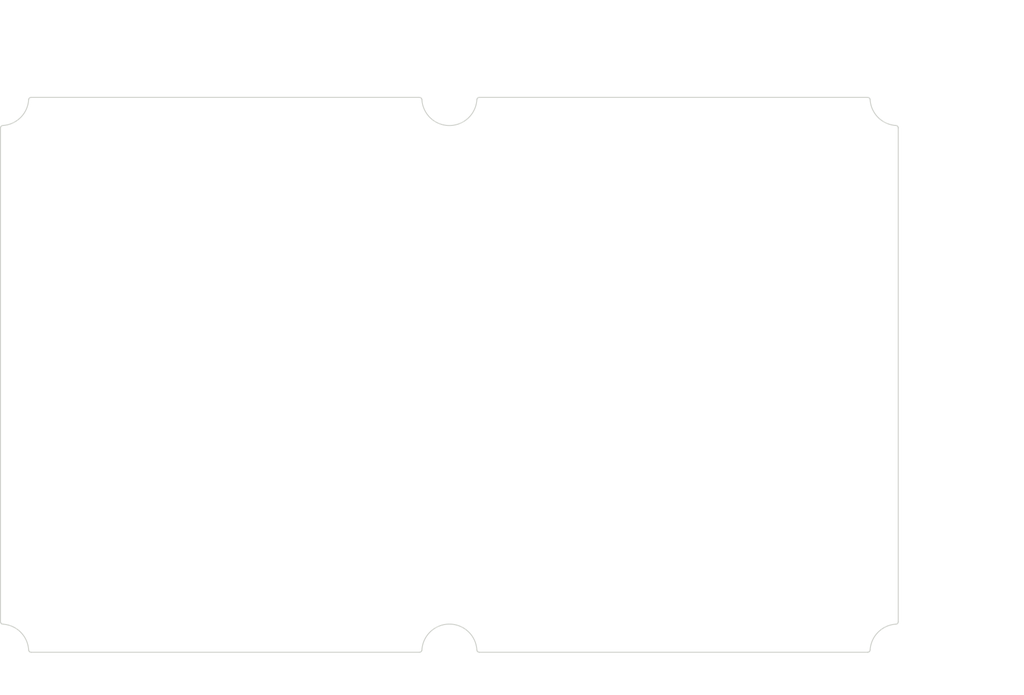
<source format=kicad_pcb>
(kicad_pcb (version 20171130) (host pcbnew "(5.1.0)-1")

  (general
    (thickness 1.6)
    (drawings 102)
    (tracks 0)
    (zones 0)
    (modules 0)
    (nets 1)
  )

  (page A4)
  (layers
    (0 F.Cu signal)
    (31 B.Cu signal)
    (32 B.Adhes user)
    (33 F.Adhes user)
    (34 B.Paste user)
    (35 F.Paste user)
    (36 B.SilkS user)
    (37 F.SilkS user)
    (38 B.Mask user)
    (39 F.Mask user)
    (40 Dwgs.User user)
    (41 Cmts.User user)
    (42 Eco1.User user)
    (43 Eco2.User user)
    (44 Edge.Cuts user)
    (45 Margin user)
    (46 B.CrtYd user)
    (47 F.CrtYd user)
    (48 B.Fab user)
    (49 F.Fab user)
  )

  (setup
    (last_trace_width 0.25)
    (trace_clearance 0.2)
    (zone_clearance 0.508)
    (zone_45_only no)
    (trace_min 0.2)
    (via_size 0.8)
    (via_drill 0.4)
    (via_min_size 0.4)
    (via_min_drill 0.3)
    (uvia_size 0.3)
    (uvia_drill 0.1)
    (uvias_allowed no)
    (uvia_min_size 0.2)
    (uvia_min_drill 0.1)
    (edge_width 0.05)
    (segment_width 0.2)
    (pcb_text_width 0.3)
    (pcb_text_size 1.5 1.5)
    (mod_edge_width 0.12)
    (mod_text_size 1 1)
    (mod_text_width 0.15)
    (pad_size 1.524 1.524)
    (pad_drill 0.762)
    (pad_to_mask_clearance 0.051)
    (solder_mask_min_width 0.25)
    (aux_axis_origin 0 0)
    (visible_elements FFFFFF7F)
    (pcbplotparams
      (layerselection 0x010fc_ffffffff)
      (usegerberextensions false)
      (usegerberattributes false)
      (usegerberadvancedattributes false)
      (creategerberjobfile false)
      (excludeedgelayer true)
      (linewidth 0.152400)
      (plotframeref false)
      (viasonmask false)
      (mode 1)
      (useauxorigin false)
      (hpglpennumber 1)
      (hpglpenspeed 20)
      (hpglpendiameter 15.000000)
      (psnegative false)
      (psa4output false)
      (plotreference true)
      (plotvalue true)
      (plotinvisibletext false)
      (padsonsilk false)
      (subtractmaskfromsilk false)
      (outputformat 1)
      (mirror false)
      (drillshape 1)
      (scaleselection 1)
      (outputdirectory ""))
  )

  (net 0 "")

  (net_class Default "This is the default net class."
    (clearance 0.2)
    (trace_width 0.25)
    (via_dia 0.8)
    (via_drill 0.4)
    (uvia_dia 0.3)
    (uvia_drill 0.1)
  )

  (gr_curve (pts (xy 220.503014 39.552483) (xy 220.426106 39.506845) (xy 220.336781 39.482561) (xy 220.248097 39.482561)) (layer Edge.Cuts) (width 0.2))
  (gr_curve (pts (xy 220.673415 39.720153) (xy 220.631204 39.65158) (xy 220.572339 39.593621) (xy 220.503014 39.552483)) (layer Edge.Cuts) (width 0.2))
  (gr_curve (pts (xy 220.732026 39.858407) (xy 220.719534 39.809534) (xy 220.699796 39.763012) (xy 220.673415 39.720153)) (layer Edge.Cuts) (width 0.2))
  (gr_curve (pts (xy 220.746654 39.951391) (xy 220.744723 39.920224) (xy 220.739833 39.888953) (xy 220.732026 39.858407)) (layer Edge.Cuts) (width 0.2))
  (gr_line (start 220.248097 39.482561) (end 143.155671 39.482561) (layer Edge.Cuts) (width 0.2))
  (gr_curve (pts (xy 142.742585 39.701251) (xy 142.692322 39.775219) (xy 142.662598 39.862876) (xy 142.657114 39.951391)) (layer Edge.Cuts) (width 0.2))
  (gr_curve (pts (xy 142.920371 39.541433) (xy 142.849338 39.579362) (xy 142.787893 39.634574) (xy 142.742585 39.701251)) (layer Edge.Cuts) (width 0.2))
  (gr_curve (pts (xy 143.061963 39.491424) (xy 143.012413 39.500882) (xy 142.964767 39.517727) (xy 142.920371 39.541433)) (layer Edge.Cuts) (width 0.2))
  (gr_curve (pts (xy 143.155671 39.482561) (xy 143.124444 39.482561) (xy 143.092931 39.485512) (xy 143.061963 39.491424)) (layer Edge.Cuts) (width 0.2))
  (gr_arc (start 137.201884 39.613429) (end 131.746654 39.951391) (angle -172.9099026) (layer Edge.Cuts) (width 0.2))
  (gr_curve (pts (xy 131.503014 39.552483) (xy 131.426106 39.506845) (xy 131.336781 39.482561) (xy 131.248097 39.482561)) (layer Edge.Cuts) (width 0.2))
  (gr_curve (pts (xy 131.673415 39.720153) (xy 131.631204 39.65158) (xy 131.572339 39.593621) (xy 131.503014 39.552483)) (layer Edge.Cuts) (width 0.2))
  (gr_curve (pts (xy 131.732026 39.858407) (xy 131.719534 39.809534) (xy 131.699796 39.763012) (xy 131.673415 39.720153)) (layer Edge.Cuts) (width 0.2))
  (gr_curve (pts (xy 131.746654 39.951391) (xy 131.744723 39.920224) (xy 131.739833 39.888953) (xy 131.732026 39.858407)) (layer Edge.Cuts) (width 0.2))
  (gr_line (start 131.248097 39.482561) (end 54.155671 39.482561) (layer Edge.Cuts) (width 0.2))
  (gr_curve (pts (xy 53.671742 39.858407) (xy 53.663935 39.888953) (xy 53.659045 39.920224) (xy 53.657114 39.951391)) (layer Edge.Cuts) (width 0.2))
  (gr_curve (pts (xy 53.730354 39.720153) (xy 53.703972 39.763012) (xy 53.684234 39.809534) (xy 53.671742 39.858407)) (layer Edge.Cuts) (width 0.2))
  (gr_curve (pts (xy 53.900755 39.552483) (xy 53.831429 39.593621) (xy 53.772564 39.65158) (xy 53.730354 39.720153)) (layer Edge.Cuts) (width 0.2))
  (gr_curve (pts (xy 54.155671 39.482561) (xy 54.066987 39.482561) (xy 53.977663 39.506845) (xy 53.900755 39.552483)) (layer Edge.Cuts) (width 0.2))
  (gr_arc (start 48.201884 39.613429) (end 48.539846 45.068659) (angle -82.90990264) (layer Edge.Cuts) (width 0.2))
  (gr_curve (pts (xy 48.079879 45.473508) (xy 48.073967 45.504476) (xy 48.071016 45.53599) (xy 48.071016 45.567217)) (layer Edge.Cuts) (width 0.2))
  (gr_curve (pts (xy 48.129888 45.331916) (xy 48.106182 45.376312) (xy 48.089337 45.423958) (xy 48.079879 45.473508)) (layer Edge.Cuts) (width 0.2))
  (gr_curve (pts (xy 48.289705 45.15413) (xy 48.223029 45.199438) (xy 48.167817 45.260883) (xy 48.129888 45.331916)) (layer Edge.Cuts) (width 0.2))
  (gr_curve (pts (xy 48.539846 45.068659) (xy 48.451331 45.074143) (xy 48.363674 45.103867) (xy 48.289705 45.15413)) (layer Edge.Cuts) (width 0.2))
  (gr_line (start 48.071016 45.567217) (end 48.071016 143.659642) (layer Edge.Cuts) (width 0.2))
  (gr_curve (pts (xy 48.446862 144.143571) (xy 48.477408 144.151378) (xy 48.508679 144.156268) (xy 48.539846 144.158199)) (layer Edge.Cuts) (width 0.2))
  (gr_curve (pts (xy 48.308608 144.08496) (xy 48.351467 144.111341) (xy 48.397989 144.131079) (xy 48.446862 144.143571)) (layer Edge.Cuts) (width 0.2))
  (gr_curve (pts (xy 48.140938 143.914559) (xy 48.182076 143.983885) (xy 48.240034 144.042749) (xy 48.308608 144.08496)) (layer Edge.Cuts) (width 0.2))
  (gr_curve (pts (xy 48.071016 143.659642) (xy 48.071016 143.748327) (xy 48.0953 143.837651) (xy 48.140938 143.914559)) (layer Edge.Cuts) (width 0.2))
  (gr_arc (start 48.201884 149.613429) (end 53.657114 149.275468) (angle -82.90990264) (layer Edge.Cuts) (width 0.2))
  (gr_curve (pts (xy 54.061963 149.735435) (xy 54.092931 149.741346) (xy 54.124444 149.744298) (xy 54.155671 149.744298)) (layer Edge.Cuts) (width 0.2))
  (gr_curve (pts (xy 53.920371 149.685426) (xy 53.964767 149.709132) (xy 54.012413 149.725977) (xy 54.061963 149.735435)) (layer Edge.Cuts) (width 0.2))
  (gr_curve (pts (xy 53.742585 149.525608) (xy 53.787893 149.592284) (xy 53.849338 149.647496) (xy 53.920371 149.685426)) (layer Edge.Cuts) (width 0.2))
  (gr_curve (pts (xy 53.657114 149.275468) (xy 53.662598 149.363983) (xy 53.692322 149.451639) (xy 53.742585 149.525608)) (layer Edge.Cuts) (width 0.2))
  (gr_line (start 54.155671 149.744298) (end 131.248097 149.744298) (layer Edge.Cuts) (width 0.2))
  (gr_curve (pts (xy 131.732026 149.368451) (xy 131.739833 149.337905) (xy 131.744723 149.306635) (xy 131.746654 149.275468)) (layer Edge.Cuts) (width 0.2))
  (gr_curve (pts (xy 131.673415 149.506705) (xy 131.699796 149.463847) (xy 131.719534 149.417324) (xy 131.732026 149.368451)) (layer Edge.Cuts) (width 0.2))
  (gr_curve (pts (xy 131.503014 149.674375) (xy 131.572339 149.633237) (xy 131.631204 149.575279) (xy 131.673415 149.506705)) (layer Edge.Cuts) (width 0.2))
  (gr_curve (pts (xy 131.248097 149.744298) (xy 131.336781 149.744298) (xy 131.426106 149.720013) (xy 131.503014 149.674375)) (layer Edge.Cuts) (width 0.2))
  (gr_arc (start 137.201884 149.613429) (end 142.657114 149.275468) (angle -172.9099026) (layer Edge.Cuts) (width 0.2))
  (gr_curve (pts (xy 143.061963 149.735435) (xy 143.092931 149.741346) (xy 143.124444 149.744298) (xy 143.155671 149.744298)) (layer Edge.Cuts) (width 0.2))
  (gr_curve (pts (xy 142.920371 149.685426) (xy 142.964767 149.709132) (xy 143.012413 149.725977) (xy 143.061963 149.735435)) (layer Edge.Cuts) (width 0.2))
  (gr_curve (pts (xy 142.742585 149.525608) (xy 142.787893 149.592284) (xy 142.849338 149.647496) (xy 142.920371 149.685426)) (layer Edge.Cuts) (width 0.2))
  (gr_curve (pts (xy 142.657114 149.275468) (xy 142.662598 149.363983) (xy 142.692322 149.451639) (xy 142.742585 149.525608)) (layer Edge.Cuts) (width 0.2))
  (gr_line (start 143.155671 149.744298) (end 220.248097 149.744298) (layer Edge.Cuts) (width 0.2))
  (gr_curve (pts (xy 220.661183 149.525608) (xy 220.711446 149.451639) (xy 220.74117 149.363983) (xy 220.746654 149.275468)) (layer Edge.Cuts) (width 0.2))
  (gr_curve (pts (xy 220.483397 149.685426) (xy 220.55443 149.647496) (xy 220.615876 149.592284) (xy 220.661183 149.525608)) (layer Edge.Cuts) (width 0.2))
  (gr_curve (pts (xy 220.341806 149.735435) (xy 220.391355 149.725977) (xy 220.439002 149.709132) (xy 220.483397 149.685426)) (layer Edge.Cuts) (width 0.2))
  (gr_curve (pts (xy 220.248097 149.744298) (xy 220.279324 149.744298) (xy 220.310837 149.741346) (xy 220.341806 149.735435)) (layer Edge.Cuts) (width 0.2))
  (gr_arc (start 226.201884 149.613429) (end 225.863923 144.158199) (angle -82.90990264) (layer Edge.Cuts) (width 0.2))
  (gr_curve (pts (xy 226.26283 143.914559) (xy 226.308468 143.837651) (xy 226.332752 143.748327) (xy 226.332752 143.659642)) (layer Edge.Cuts) (width 0.2))
  (gr_curve (pts (xy 226.09516 144.08496) (xy 226.163734 144.042749) (xy 226.221692 143.983885) (xy 226.26283 143.914559)) (layer Edge.Cuts) (width 0.2))
  (gr_curve (pts (xy 225.956906 144.143571) (xy 226.005779 144.131079) (xy 226.052302 144.111341) (xy 226.09516 144.08496)) (layer Edge.Cuts) (width 0.2))
  (gr_curve (pts (xy 225.863923 144.158199) (xy 225.89509 144.156268) (xy 225.92636 144.151378) (xy 225.956906 144.143571)) (layer Edge.Cuts) (width 0.2))
  (gr_line (start 226.332752 143.659642) (end 226.332752 45.567217) (layer Edge.Cuts) (width 0.2))
  (gr_curve (pts (xy 226.114063 45.15413) (xy 226.040094 45.103867) (xy 225.952438 45.074143) (xy 225.863923 45.068659)) (layer Edge.Cuts) (width 0.2))
  (gr_curve (pts (xy 226.273881 45.331916) (xy 226.235951 45.260883) (xy 226.180739 45.199438) (xy 226.114063 45.15413)) (layer Edge.Cuts) (width 0.2))
  (gr_curve (pts (xy 226.32389 45.473508) (xy 226.314432 45.423958) (xy 226.297587 45.376312) (xy 226.273881 45.331916)) (layer Edge.Cuts) (width 0.2))
  (gr_curve (pts (xy 226.332752 45.567217) (xy 226.332752 45.53599) (xy 226.329801 45.504476) (xy 226.32389 45.473508)) (layer Edge.Cuts) (width 0.2))
  (gr_arc (start 226.201884 39.613429) (end 220.746654 39.951391) (angle -82.90990264) (layer Edge.Cuts) (width 0.2))
  (gr_text [R0.02] (at 230.662519 156.877159) (layer Dwgs.User)
    (effects (font (size 1.7 1.53) (thickness 0.2125)))
  )
  (gr_text " R.50" (at 230.662519 153.319724) (layer Dwgs.User)
    (effects (font (size 1.7 1.53) (thickness 0.2125)))
  )
  (gr_line (start 224.191748 154.987698) (end 221.662984 151.305237) (layer Dwgs.User) (width 0.2))
  (gr_line (start 226.191748 154.987698) (end 224.191748 154.987698) (layer Dwgs.User) (width 0.2))
  (gr_text [.01] (at 127.30749 33.39969) (layer Dwgs.User)
    (effects (font (size 1.7 1.53) (thickness 0.2125)))
  )
  (gr_text " .13" (at 127.30749 29.841675) (layer Dwgs.User)
    (effects (font (size 1.7 1.53) (thickness 0.2125)))
  )
  (gr_line (start 122.354659 31.510229) (end 124.354659 31.510229) (layer Dwgs.User) (width 0.2))
  (gr_line (start 122.354659 37.482561) (end 122.354659 31.510229) (layer Dwgs.User) (width 0.2))
  (gr_line (start 122.354659 41.613429) (end 122.354659 43.613429) (layer Dwgs.User) (width 0.2))
  (gr_line (start 136.201884 39.613429) (end 119.179659 39.613429) (layer Dwgs.User) (width 0.2))
  (gr_text [R0.22] (at 214.226052 142.425107) (layer Dwgs.User)
    (effects (font (size 1.7 1.53) (thickness 0.2125)))
  )
  (gr_text " R5.47" (at 214.226052 138.871151) (layer Dwgs.User)
    (effects (font (size 1.7 1.53) (thickness 0.2125)))
  )
  (gr_line (start 220.696823 140.535646) (end 222.33067 143.22984) (layer Dwgs.User) (width 0.2))
  (gr_line (start 218.696823 140.535646) (end 220.696823 140.535646) (layer Dwgs.User) (width 0.2))
  (gr_text [R0.22] (at 147.873045 49.985578) (layer Dwgs.User)
    (effects (font (size 1.7 1.53) (thickness 0.2125)))
  )
  (gr_text " R5.47" (at 147.873045 46.431622) (layer Dwgs.User)
    (effects (font (size 1.7 1.53) (thickness 0.2125)))
  )
  (gr_line (start 141.402274 48.096117) (end 140.514776 46.303815) (layer Dwgs.User) (width 0.2))
  (gr_line (start 143.402274 48.096117) (end 141.402274 48.096117) (layer Dwgs.User) (width 0.2))
  (gr_text [4.34] (at 246.563882 88.324291) (layer Dwgs.User)
    (effects (font (size 1.7 1.53) (thickness 0.2125)))
  )
  (gr_text " 110.26" (at 246.563882 84.766856) (layer Dwgs.User)
    (effects (font (size 1.7 1.53) (thickness 0.2125)))
  )
  (gr_line (start 246.563882 147.744298) (end 246.563882 89.992265) (layer Dwgs.User) (width 0.2))
  (gr_line (start 246.563882 41.482561) (end 246.563882 82.877394) (layer Dwgs.User) (width 0.2))
  (gr_line (start 221.248097 149.744298) (end 249.738882 149.744298) (layer Dwgs.User) (width 0.2))
  (gr_line (start 221.248097 39.482561) (end 249.738882 39.482561) (layer Dwgs.User) (width 0.2))
  (gr_text [3.90] (at 235.594939 104.210781) (layer Dwgs.User)
    (effects (font (size 1.7 1.53) (thickness 0.2125)))
  )
  (gr_text " 99.09" (at 235.594939 100.653346) (layer Dwgs.User)
    (effects (font (size 1.7 1.53) (thickness 0.2125)))
  )
  (gr_line (start 235.594939 47.068659) (end 235.594939 98.763885) (layer Dwgs.User) (width 0.2))
  (gr_line (start 235.594939 142.158199) (end 235.594939 105.878755) (layer Dwgs.User) (width 0.2))
  (gr_line (start 226.863923 45.068659) (end 238.769939 45.068659) (layer Dwgs.User) (width 0.2))
  (gr_line (start 226.863923 144.158199) (end 238.769939 144.158199) (layer Dwgs.User) (width 0.2))
  (gr_text [3.07] (at 181.701884 35.1957) (layer Dwgs.User)
    (effects (font (size 1.7 1.53) (thickness 0.2125)))
  )
  (gr_text " 78.09" (at 181.701884 31.638265) (layer Dwgs.User)
    (effects (font (size 1.7 1.53) (thickness 0.2125)))
  )
  (gr_line (start 144.657114 33.306239) (end 177.652634 33.306239) (layer Dwgs.User) (width 0.2))
  (gr_line (start 218.746654 33.306239) (end 185.751134 33.306239) (layer Dwgs.User) (width 0.2))
  (gr_line (start 142.657114 38.951391) (end 142.657114 30.131239) (layer Dwgs.User) (width 0.2))
  (gr_line (start 220.746654 38.951391) (end 220.746654 30.131239) (layer Dwgs.User) (width 0.2))
  (gr_text [7.02] (at 138.511609 25.299198) (layer Dwgs.User)
    (effects (font (size 1.7 1.53) (thickness 0.2125)))
  )
  (gr_text " 178.26" (at 138.511609 21.741762) (layer Dwgs.User)
    (effects (font (size 1.7 1.53) (thickness 0.2125)))
  )
  (gr_line (start 224.332752 23.409736) (end 143.218942 23.409736) (layer Dwgs.User) (width 0.2))
  (gr_line (start 50.071016 23.409736) (end 133.804276 23.409736) (layer Dwgs.User) (width 0.2))
  (gr_line (start 226.332752 44.567217) (end 226.332752 20.234736) (layer Dwgs.User) (width 0.2))
  (gr_line (start 48.071016 44.567217) (end 48.071016 20.234736) (layer Dwgs.User) (width 0.2))

)

</source>
